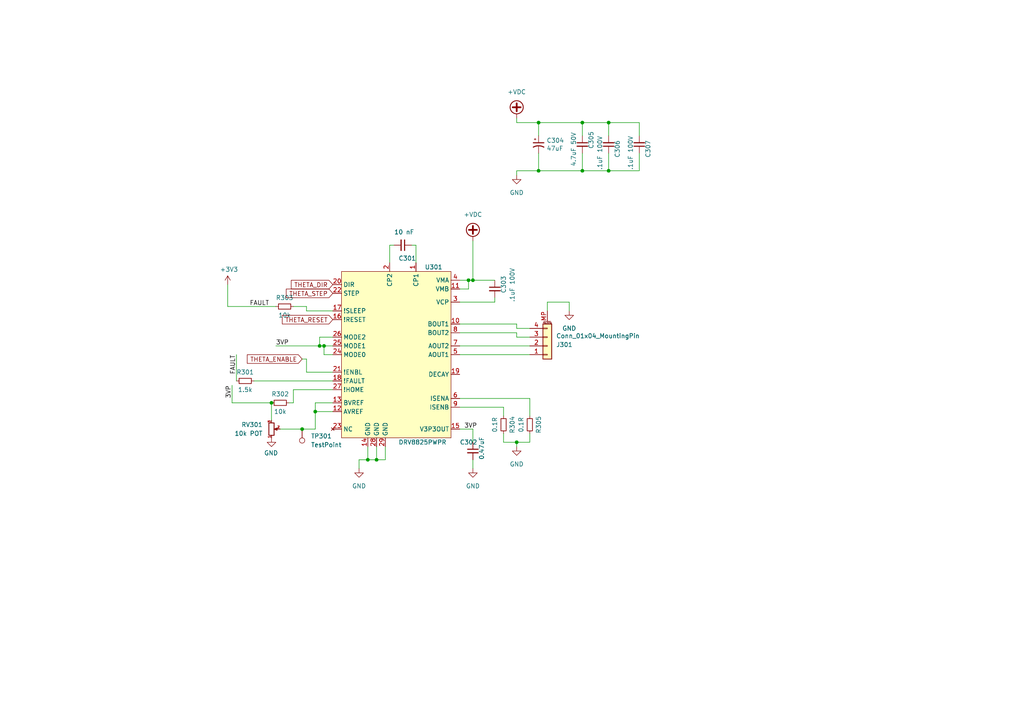
<source format=kicad_sch>
(kicad_sch (version 20230121) (generator eeschema)
  (paper "A4")
  (lib_symbols
    (symbol "Connector:TestPoint" (pin_numbers hide) (pin_names (offset 0.762) hide)
      (property "Reference" "TP" (at 0 6.858 0))
      (property "Value" "TestPoint" (at 0 5.08 0))
      (symbol "TestPoint_0_1"
        (circle (center 0 3.302) (radius 0.762))
      )
      (symbol "TestPoint_1_1"
        (pin passive line (at 0 0 90) (length 2.54) (name "1") (number "1"))
      )
    )
    (symbol "Connector_Generic_MountingPin:Conn_01x04_MountingPin" (pin_names (offset 1.016) hide)
      (property "Reference" "J" (at 0 5.08 0))
      (property "Value" "Conn_01x04_MountingPin" (at 1.27 -7.62 0))
      (symbol "Conn_01x04_MountingPin_1_1"
        (rectangle (start -1.27 -4.953) (end 0 -5.207) (stroke (width 0.1524)))
        (rectangle (start -1.27 -2.413) (end 0 -2.667) (stroke (width 0.1524)))
        (rectangle (start -1.27 0.127) (end 0 -0.127) (stroke (width 0.1524)))
        (rectangle (start -1.27 2.667) (end 0 2.413) (stroke (width 0.1524)))
        (rectangle (start -1.27 3.81) (end 1.27 -6.35) (stroke (width 0.254)) (fill (type background)))
        (polyline (pts (xy -1.016 -7.112) (xy 1.016 -7.112)) (stroke (width 0.1524)))
        (text "Mounting" (at 0 -6.731 0) (effects (font (size 0.381 0.381))))
        (pin passive line (at -5.08 2.54 0) (length 3.81) (name "Pin_1") (number "1"))
        (pin passive line (at -5.08 0 0) (length 3.81) (name "Pin_2") (number "2"))
        (pin passive line (at -5.08 -2.54 0) (length 3.81) (name "Pin_3") (number "3"))
        (pin passive line (at -5.08 -5.08 0) (length 3.81) (name "Pin_4") (number "4"))
        (pin passive line (at 0 -10.16 90) (length 3.048) (name "MountPin") (number "MP"))
      )
    )
    (symbol "Device:CP1_Small" (pin_numbers hide) (pin_names (offset 0.254) hide)
      (property "Reference" "C" (at 0.254 1.778 0))
      (property "Value" "CP1_Small" (at 0.254 -2.032 0))
      (symbol "CP1_Small_0_1"
        (polyline (pts (xy -1.524 0.508) (xy 1.524 0.508)) (stroke (width 0.3048)))
        (polyline (pts (xy -1.27 1.524) (xy -0.762 1.524)))
        (polyline (pts (xy -1.016 1.27) (xy -1.016 1.778)))
        (arc (start 1.524 -0.762) (mid 0 -0.3734) (end -1.524 -0.762) (stroke (width 0.3048)))
      )
      (symbol "CP1_Small_1_1"
        (pin passive line (at 0 2.54 270) (length 2.032) (name "~") (number "1"))
        (pin passive line (at 0 -2.54 90) (length 2.032) (name "~") (number "2"))
      )
    )
    (symbol "Device:C_Small" (pin_numbers hide) (pin_names (offset 0.254) hide)
      (property "Reference" "C" (at 0.254 1.778 0))
      (property "Value" "C_Small" (at 0.254 -2.032 0))
      (symbol "C_Small_0_1"
        (polyline (pts (xy -1.524 -0.508) (xy 1.524 -0.508)) (stroke (width 0.3302)))
        (polyline (pts (xy -1.524 0.508) (xy 1.524 0.508)) (stroke (width 0.3048)))
      )
      (symbol "C_Small_1_1"
        (pin passive line (at 0 2.54 270) (length 2.032) (name "~") (number "1"))
        (pin passive line (at 0 -2.54 90) (length 2.032) (name "~") (number "2"))
      )
    )
    (symbol "Device:R_POT_Small" (pin_names (offset 1.016) hide)
      (property "Reference" "RV" (at -4.445 0 90))
      (property "Value" "R_POT_Small" (at -2.54 0 90))
      (symbol "R_POT_Small_0_1"
        (polyline (pts (xy 0.889 0) (xy 0.635 0) (xy 1.651 0.381) (xy 1.651 -0.381) (xy 0.635 0) (xy 0.889 0)) (fill (type outline)))
        (rectangle (start 0.762 1.8034) (end -0.762 -1.8034) (stroke (width 0.254)))
      )
      (symbol "R_POT_Small_1_1"
        (pin passive line (at 0 2.54 270) (length 0.635) (name "1") (number "1"))
        (pin passive line (at 2.54 0 180) (length 0.9906) (name "2") (number "2"))
        (pin passive line (at 0 -2.54 90) (length 0.635) (name "3") (number "3"))
      )
    )
    (symbol "Device:R_Small" (pin_numbers hide) (pin_names (offset 0.254) hide)
      (property "Reference" "R" (at 0.762 0.508 0))
      (property "Value" "R_Small" (at 0.762 -1.016 0))
      (symbol "R_Small_0_1"
        (rectangle (start -0.762 1.778) (end 0.762 -1.778) (stroke (width 0.2032)))
      )
      (symbol "R_Small_1_1"
        (pin passive line (at 0 2.54 270) (length 0.762) (name "~") (number "1"))
        (pin passive line (at 0 -2.54 90) (length 0.762) (name "~") (number "2"))
      )
    )
    (symbol "Driver_Motor:DRV8825PWPR"
      (property "Reference" "U1" (at 7.62 21.59 0))
      (property "Value" "DRV8825PWPR" (at 0 -29.21 0))
      (symbol "DRV8825PWPR_0_0"
        (pin passive line (at 5.08 22.86 270) (length 2.54) (name "CP1") (number "1"))
        (pin output line (at 17.78 5.08 180) (length 2.54) (name "BOUT1") (number "10"))
        (pin power_in line (at 17.78 15.24 180) (length 2.54) (name "VMB") (number "11"))
        (pin input line (at -19.05 -20.32 0) (length 2.54) (name "AVREF") (number "12"))
        (pin input line (at -19.05 -17.78 0) (length 2.54) (name "BVREF") (number "13"))
        (pin input line (at -8.89 -30.48 90) (length 2.54) (name "GND") (number "14"))
        (pin input line (at 17.78 -25.4 180) (length 2.54) (name "V3P3OUT") (number "15"))
        (pin input line (at -19.05 6.35 0) (length 2.54) (name "!RESET") (number "16"))
        (pin input line (at -19.05 8.89 0) (length 2.54) (name "!SLEEP") (number "17"))
        (pin input line (at -19.05 -11.43 0) (length 2.54) (name "!FAULT") (number "18"))
        (pin input line (at 17.78 -9.525 180) (length 2.54) (name "DECAY") (number "19"))
        (pin passive line (at -2.54 22.86 270) (length 2.54) (name "CP2") (number "2"))
        (pin input line (at -19.05 16.51 0) (length 2.54) (name "DIR") (number "20"))
        (pin input line (at -19.05 -8.89 0) (length 2.54) (name "!ENBL") (number "21"))
        (pin input line (at -19.05 13.97 0) (length 2.54) (name "STEP") (number "22"))
        (pin no_connect line (at -19.05 -25.4 0) (length 2.54) (name "NC") (number "23"))
        (pin input line (at -19.05 -3.81 0) (length 2.54) (name "MODE0") (number "24"))
        (pin input line (at -19.05 -1.27 0) (length 2.54) (name "MODE1") (number "25"))
        (pin input line (at -19.05 1.27 0) (length 2.54) (name "MODE2") (number "26"))
        (pin input line (at -19.05 -13.97 0) (length 2.54) (name "!HOME") (number "27"))
        (pin input line (at -6.35 -30.48 90) (length 2.54) (name "GND") (number "28"))
        (pin input line (at -3.81 -30.48 90) (length 2.54) (name "GND") (number "29"))
        (pin power_in line (at 17.78 11.43 180) (length 2.54) (name "VCP") (number "3"))
        (pin power_in line (at 17.78 17.78 180) (length 2.54) (name "VMA") (number "4"))
        (pin output line (at 17.78 -3.81 180) (length 2.54) (name "AOUT1") (number "5"))
        (pin input line (at 17.78 -16.51 180) (length 2.54) (name "ISENA") (number "6"))
        (pin output line (at 17.78 -1.27 180) (length 2.54) (name "AOUT2") (number "7"))
        (pin output line (at 17.78 2.54 180) (length 2.54) (name "BOUT2") (number "8"))
        (pin input line (at 17.78 -19.05 180) (length 2.54) (name "ISENB") (number "9"))
      )
      (symbol "DRV8825PWPR_0_1"
        (rectangle (start -16.51 20.32) (end 15.24 -27.94) (fill (type background)))
      )
    )
    (symbol "power:+3.3V" (power) (pin_names (offset 0))
      (property "Value" "+3.3V" (at 0 3.556 0))
      (symbol "+3.3V_0_1"
        (polyline (pts (xy -0.762 1.27) (xy 0 2.54)))
        (polyline (pts (xy 0 0) (xy 0 2.54)))
        (polyline (pts (xy 0 2.54) (xy 0.762 1.27)))
      )
      (symbol "+3.3V_1_1"
        (pin power_in line (at 0 0 90) (length 0) hide (name "+3V3") (number "1"))
      )
    )
    (symbol "power:+VDC" (power) (pin_names (offset 0))
      (property "Value" "+VDC" (at 0 6.35 0))
      (symbol "+VDC_0_1"
        (polyline (pts (xy -1.143 3.175) (xy 1.143 3.175)) (stroke (width 0.508)))
        (polyline (pts (xy 0 0) (xy 0 1.27)))
        (polyline (pts (xy 0 2.032) (xy 0 4.318)) (stroke (width 0.508)))
        (circle (center 0 3.175) (radius 1.905) (stroke (width 0.254)))
      )
      (symbol "+VDC_1_1"
        (pin power_in line (at 0 0 90) (length 0) hide (name "+VDC") (number "1"))
      )
    )
    (symbol "power:GND" (power) (pin_names (offset 0))
      (property "Value" "GND" (at 0 -3.81 0))
      (symbol "GND_0_1"
        (polyline (pts (xy 0 0) (xy 0 -1.27) (xy 1.27 -1.27) (xy 0 -2.54) (xy -1.27 -1.27) (xy 0 -1.27)))
      )
      (symbol "GND_1_1"
        (pin power_in line (at 0 0 270) (length 0) hide (name "GND") (number "1"))
      )
    )
  )
  (junction (at 168.91 49.53))
  (junction (at 91.44 119.38))
  (junction (at 156.21 49.53))
  (junction (at 93.98 100.33))
  (junction (at 137.16 81.28))
  (junction (at 156.21 35.56))
  (junction (at 92.71 100.33))
  (junction (at 87.63 124.46))
  (junction (at 176.53 49.53))
  (junction (at 106.68 133.35))
  (junction (at 168.91 35.56))
  (junction (at 109.22 133.35))
  (junction (at 149.86 128.27))
  (junction (at 78.74 116.84))
  (junction (at 135.89 81.28))
  (junction (at 176.53 35.56))
  (wire (pts (xy 96.52 102.87) (xy 93.98 102.87)))
  (wire (pts (xy 66.04 88.9) (xy 80.01 88.9)))
  (wire (pts (xy 168.91 35.56) (xy 168.91 39.37)))
  (wire (pts (xy 149.86 34.29) (xy 149.86 35.56)))
  (wire (pts (xy 88.9 104.14) (xy 87.63 104.14)))
  (wire (pts (xy 88.9 107.95) (xy 88.9 104.14)))
  (wire (pts (xy 156.21 35.56) (xy 156.21 39.37)))
  (wire (pts (xy 68.58 102.87) (xy 68.58 110.49)))
  (wire (pts (xy 92.71 100.33) (xy 93.98 100.33)))
  (wire (pts (xy 88.9 88.9) (xy 85.09 88.9)))
  (wire (pts (xy 91.44 119.38) (xy 96.52 119.38)))
  (wire (pts (xy 120.65 71.12) (xy 119.38 71.12)))
  (wire (pts (xy 168.91 35.56) (xy 176.53 35.56)))
  (wire (pts (xy 153.67 128.27) (xy 153.67 125.73)))
  (wire (pts (xy 149.86 95.25) (xy 153.67 95.25)))
  (wire (pts (xy 149.86 50.8) (xy 149.86 49.53)))
  (wire (pts (xy 143.51 86.36) (xy 143.51 87.63)))
  (wire (pts (xy 111.76 129.54) (xy 111.76 133.35)))
  (wire (pts (xy 81.28 124.46) (xy 87.63 124.46)))
  (wire (pts (xy 85.09 113.03) (xy 85.09 116.84)))
  (wire (pts (xy 120.65 76.2) (xy 120.65 71.12)))
  (wire (pts (xy 133.35 115.57) (xy 153.67 115.57)))
  (wire (pts (xy 91.44 119.38) (xy 91.44 124.46)))
  (wire (pts (xy 156.21 44.45) (xy 156.21 49.53)))
  (wire (pts (xy 91.44 116.84) (xy 91.44 119.38)))
  (wire (pts (xy 137.16 69.85) (xy 137.16 81.28)))
  (wire (pts (xy 66.04 88.9) (xy 66.04 82.55)))
  (wire (pts (xy 85.09 116.84) (xy 83.82 116.84)))
  (wire (pts (xy 135.89 81.28) (xy 133.35 81.28)))
  (wire (pts (xy 176.53 44.45) (xy 176.53 49.53)))
  (wire (pts (xy 106.68 129.54) (xy 106.68 133.35)))
  (wire (pts (xy 106.68 133.35) (xy 104.14 133.35)))
  (wire (pts (xy 176.53 49.53) (xy 185.42 49.53)))
  (wire (pts (xy 96.52 97.79) (xy 92.71 97.79)))
  (wire (pts (xy 113.03 76.2) (xy 113.03 71.12)))
  (wire (pts (xy 158.75 90.17) (xy 158.75 87.63)))
  (wire (pts (xy 137.16 81.28) (xy 135.89 81.28)))
  (wire (pts (xy 185.42 49.53) (xy 185.42 44.45)))
  (wire (pts (xy 146.05 125.73) (xy 146.05 128.27)))
  (wire (pts (xy 85.09 113.03) (xy 96.52 113.03)))
  (wire (pts (xy 109.22 129.54) (xy 109.22 133.35)))
  (wire (pts (xy 111.76 133.35) (xy 109.22 133.35)))
  (wire (pts (xy 133.35 83.82) (xy 135.89 83.82)))
  (wire (pts (xy 168.91 49.53) (xy 176.53 49.53)))
  (wire (pts (xy 78.74 116.84) (xy 78.74 121.92)))
  (wire (pts (xy 87.63 124.46) (xy 91.44 124.46)))
  (wire (pts (xy 176.53 35.56) (xy 185.42 35.56)))
  (wire (pts (xy 80.01 100.33) (xy 92.71 100.33)))
  (wire (pts (xy 143.51 87.63) (xy 133.35 87.63)))
  (wire (pts (xy 133.35 100.33) (xy 153.67 100.33)))
  (wire (pts (xy 149.86 128.27) (xy 153.67 128.27)))
  (wire (pts (xy 73.66 110.49) (xy 96.52 110.49)))
  (wire (pts (xy 165.1 87.63) (xy 165.1 90.17)))
  (wire (pts (xy 149.86 35.56) (xy 156.21 35.56)))
  (wire (pts (xy 149.86 97.79) (xy 153.67 97.79)))
  (wire (pts (xy 93.98 102.87) (xy 93.98 100.33)))
  (wire (pts (xy 135.89 83.82) (xy 135.89 81.28)))
  (wire (pts (xy 137.16 124.46) (xy 137.16 128.27)))
  (wire (pts (xy 133.35 124.46) (xy 137.16 124.46)))
  (wire (pts (xy 133.35 93.98) (xy 149.86 93.98)))
  (wire (pts (xy 185.42 35.56) (xy 185.42 39.37)))
  (wire (pts (xy 146.05 128.27) (xy 149.86 128.27)))
  (wire (pts (xy 149.86 96.52) (xy 149.86 97.79)))
  (wire (pts (xy 104.14 133.35) (xy 104.14 135.89)))
  (wire (pts (xy 96.52 116.84) (xy 91.44 116.84)))
  (wire (pts (xy 149.86 93.98) (xy 149.86 95.25)))
  (wire (pts (xy 92.71 97.79) (xy 92.71 100.33)))
  (wire (pts (xy 133.35 96.52) (xy 149.86 96.52)))
  (wire (pts (xy 109.22 133.35) (xy 106.68 133.35)))
  (wire (pts (xy 133.35 102.87) (xy 153.67 102.87)))
  (wire (pts (xy 158.75 87.63) (xy 165.1 87.63)))
  (wire (pts (xy 67.31 111.76) (xy 67.31 116.84)))
  (wire (pts (xy 93.98 100.33) (xy 96.52 100.33)))
  (wire (pts (xy 156.21 35.56) (xy 168.91 35.56)))
  (wire (pts (xy 88.9 90.17) (xy 88.9 88.9)))
  (wire (pts (xy 137.16 133.35) (xy 137.16 135.89)))
  (wire (pts (xy 156.21 49.53) (xy 168.91 49.53)))
  (wire (pts (xy 96.52 90.17) (xy 88.9 90.17)))
  (wire (pts (xy 67.31 116.84) (xy 78.74 116.84)))
  (wire (pts (xy 149.86 128.27) (xy 149.86 129.54)))
  (wire (pts (xy 113.03 71.12) (xy 114.3 71.12)))
  (wire (pts (xy 168.91 44.45) (xy 168.91 49.53)))
  (wire (pts (xy 96.52 107.95) (xy 88.9 107.95)))
  (wire (pts (xy 149.86 49.53) (xy 156.21 49.53)))
  (wire (pts (xy 133.35 118.11) (xy 146.05 118.11)))
  (wire (pts (xy 176.53 35.56) (xy 176.53 39.37)))
  (wire (pts (xy 143.51 81.28) (xy 137.16 81.28)))
  (wire (pts (xy 146.05 118.11) (xy 146.05 120.65)))
  (wire (pts (xy 153.67 115.57) (xy 153.67 120.65)))
  (label "3VP" (at 67.31 111.76 270))
  (label "FAULT" (at 68.58 102.87 270))
  (label "3VP" (at 80.01 100.33 0))
  (label "FAULT" (at 72.39 88.9 0))
  (label "3VP" (at 134.62 124.46 0))
  (global_label "THETA_RESET" (shape input) (at 96.52 92.71 180) (property "Intersheetrefs" "${INTERSHEET_REFS}" (effects hide)))
  (global_label "THETA_STEP" (shape input) (at 96.52 85.09 180) (property "Intersheetrefs" "${INTERSHEET_REFS}" (effects hide)))
  (global_label "THETA_DIR" (shape input) (at 96.52 82.55 180) (property "Intersheetrefs" "${INTERSHEET_REFS}" (effects hide)))
  (global_label "THETA_ENABLE" (shape input) (at 87.63 104.14 180) (property "Intersheetrefs" "${INTERSHEET_REFS}" (effects hide)))
  (symbol (lib_id "Device:R_Small") (at 153.67 123.19 180) (unit 1)
    (property "Reference" "R305" (at 156.21 123.19 90))
    (property "Value" "0.1R" (at 151.13 123.19 90))
    (property "Footprint" "Resistor_SMD:R_0805_2012Metric" (effects hide))
  )
  (symbol (lib_id "Device:R_Small") (at 81.28 116.84 270) (unit 1)
    (property "Reference" "R302" (at 81.28 114.3 90))
    (property "Value" "10k" (at 81.28 119.38 90))
    (property "Footprint" "Resistor_SMD:R_0603_1608Metric" (effects hide))
  )
  (symbol (lib_id "power:GND") (at 149.86 129.54 0) (unit 1)
    (property "Reference" "#PWR0308" (effects hide))
    (property "Value" "GND" (at 149.86 134.62 0))
  )
  (symbol (lib_id "Device:C_Small") (at 176.53 41.91 180) (unit 1)
    (property "Reference" "C306" (at 179.07 40.64 90) (effects (justify left)))
    (property "Value" ".1uF 100V" (at 173.99 39.37 90) (effects (justify left)))
    (property "Footprint" "Capacitor_SMD:C_0805_2012Metric" (effects hide))
  )
  (symbol (lib_id "Driver_Motor:DRV8825PWPR") (at 115.57 99.06 0) (unit 1)
    (property "Reference" "U301" (at 123.19 77.47 0) (effects (justify left)))
    (property "Value" "DRV8825PWPR" (at 115.57 128.27 0) (effects (justify left)))
    (property "Footprint" "Package_SO:HTSSOP-28-1EP_4.4x9.7mm_P0.65mm_EP3.4x9.5mm_ThermalVias" (effects hide))
  )
  (symbol (lib_id "power:GND") (at 149.86 50.8 0) (unit 1)
    (property "Reference" "#PWR0307" (effects hide))
    (property "Value" "GND" (at 149.86 55.88 0))
  )
  (symbol (lib_id "Device:C_Small") (at 116.84 71.12 270) (unit 1)
    (property "Reference" "C301" (at 115.57 74.93 90) (effects (justify left)))
    (property "Value" "10 nF" (at 114.3 67.31 90) (effects (justify left)))
    (property "Footprint" "Capacitor_SMD:C_0603_1608Metric" (effects hide))
  )
  (symbol (lib_id "Connector_Generic_MountingPin:Conn_01x04_MountingPin") (at 158.75 100.33 0) (mirror x) (unit 1)
    (property "Reference" "J301" (at 161.29 99.9744 0) (effects (justify left)))
    (property "Value" "Conn_01x04_MountingPin" (at 161.29 97.4344 0) (effects (justify left)))
    (property "Footprint" "Connector_JST:JST_PH_B4B-PH-SM4-TB_1x04-1MP_P2.00mm_Vertical" (effects hide))
  )
  (symbol (lib_id "power:+3.3V") (at 66.04 82.55 0) (unit 1)
    (property "Reference" "#PWR0301" (effects hide))
    (property "Value" "+3.3V" (at 66.421 78.1558 0))
  )
  (symbol (lib_id "Device:C_Small") (at 143.51 83.82 0) (unit 1)
    (property "Reference" "C303" (at 146.05 85.09 90) (effects (justify left)))
    (property "Value" ".1uF 100V" (at 148.59 87.63 90) (effects (justify left)))
    (property "Footprint" "Capacitor_SMD:C_0805_2012Metric" (effects hide))
  )
  (symbol (lib_id "Connector:TestPoint") (at 87.63 124.46 180) (unit 1)
    (property "Reference" "TP301" (at 90.17 126.4919 0) (effects (justify right)))
    (property "Value" "TestPoint" (at 90.17 129.0319 0) (effects (justify right)))
    (property "Footprint" "TestPoint:TestPoint_THTPad_D1.0mm_Drill0.5mm" (effects hide))
  )
  (symbol (lib_id "Device:C_Small") (at 185.42 41.91 180) (unit 1)
    (property "Reference" "C307" (at 187.96 40.64 90) (effects (justify left)))
    (property "Value" ".1uF 100V" (at 182.88 39.37 90) (effects (justify left)))
    (property "Footprint" "Capacitor_SMD:C_0805_2012Metric" (effects hide))
  )
  (symbol (lib_id "Device:C_Small") (at 137.16 130.81 0) (unit 1)
    (property "Reference" "C302" (at 133.35 128.27 0) (effects (justify left)))
    (property "Value" "0.47uF" (at 139.7 133.35 90) (effects (justify left)))
    (property "Footprint" "Capacitor_SMD:C_0603_1608Metric" (effects hide))
  )
  (symbol (lib_id "Device:R_Small") (at 82.55 88.9 270) (unit 1)
    (property "Reference" "R303" (at 82.55 86.36 90))
    (property "Value" "10k" (at 82.55 91.44 90))
    (property "Footprint" "Resistor_SMD:R_0603_1608Metric" (effects hide))
  )
  (symbol (lib_id "power:GND") (at 104.14 135.89 0) (unit 1)
    (property "Reference" "#PWR0303" (effects hide))
    (property "Value" "GND" (at 104.14 140.97 0))
  )
  (symbol (lib_id "power:GND") (at 165.1 90.17 0) (unit 1)
    (property "Reference" "#PWR0309" (effects hide))
    (property "Value" "GND" (at 165.1 95.25 0))
  )
  (symbol (lib_id "power:+VDC") (at 137.16 69.85 0) (unit 1)
    (property "Reference" "#PWR0304" (effects hide))
    (property "Value" "+VDC" (at 137.16 62.23 0))
  )
  (symbol (lib_id "Device:CP1_Small") (at 156.21 41.91 0) (unit 1)
    (property "Reference" "C304" (at 158.5214 40.7416 0) (effects (justify left)))
    (property "Value" "47uF" (at 158.5214 43.053 0) (effects (justify left)))
    (property "Footprint" "Capacitor_SMD:CP_Elec_6.3x7.7" (effects hide))
  )
  (symbol (lib_id "power:+VDC") (at 149.86 34.29 0) (unit 1)
    (property "Reference" "#PWR0306" (effects hide))
    (property "Value" "+VDC" (at 149.86 26.67 0))
  )
  (symbol (lib_id "Device:R_Small") (at 146.05 123.19 180) (unit 1)
    (property "Reference" "R304" (at 148.59 123.19 90))
    (property "Value" "0.1R" (at 143.51 123.19 90))
    (property "Footprint" "Resistor_SMD:R_0805_2012Metric" (effects hide))
  )
  (symbol (lib_id "Device:R_POT_Small") (at 78.74 124.46 0) (mirror x) (unit 1)
    (property "Reference" "RV301" (at 76.2 123.19 0) (effects (justify right)))
    (property "Value" "10k POT" (at 76.2 125.73 0) (effects (justify right)))
    (property "Footprint" "Potentiometer_SMD:Potentiometer_Bourns_TC33X_Vertical" (effects hide))
  )
  (symbol (lib_id "power:GND") (at 78.74 127 0) (mirror y) (unit 1)
    (property "Reference" "#PWR0302" (effects hide))
    (property "Value" "GND" (at 78.613 131.3942 0))
  )
  (symbol (lib_id "Device:C_Small") (at 168.91 41.91 0) (unit 1)
    (property "Reference" "C305" (at 171.45 43.18 90) (effects (justify left)))
    (property "Value" "4.7uF 50V" (at 166.37 48.26 90) (effects (justify left)))
    (property "Footprint" "Capacitor_SMD:C_0805_2012Metric" (effects hide))
  )
  (symbol (lib_id "Device:R_Small") (at 71.12 110.49 270) (unit 1)
    (property "Reference" "R301" (at 71.12 107.95 90))
    (property "Value" "1.5k" (at 71.12 113.03 90))
    (property "Footprint" "Resistor_SMD:R_0603_1608Metric" (effects hide))
  )
  (symbol (lib_id "power:GND") (at 137.16 135.89 0) (unit 1)
    (property "Reference" "#PWR0305" (effects hide))
    (property "Value" "GND" (at 137.16 140.97 0))
  )
)
</source>
